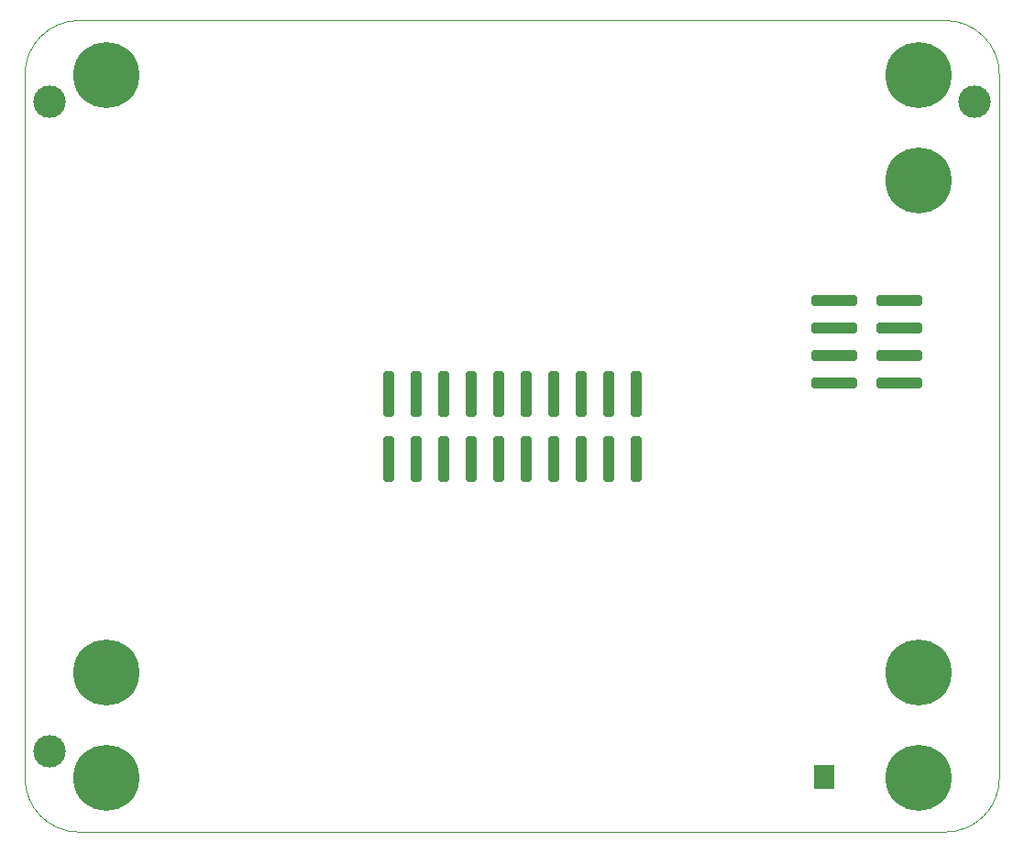
<source format=gbs>
G04*
G04 #@! TF.GenerationSoftware,Altium Limited,Altium Designer,21.1.1 (26)*
G04*
G04 Layer_Color=16711935*
%FSAX44Y44*%
%MOMM*%
G71*
G04*
G04 #@! TF.SameCoordinates,61528D9D-F366-43B7-8DC3-677D280EAED6*
G04*
G04*
G04 #@! TF.FilePolarity,Negative*
G04*
G01*
G75*
%ADD14C,0.1000*%
%ADD17C,3.0000*%
%ADD20C,6.1000*%
%ADD31R,1.8500X2.2000*%
G04:AMPARAMS|DCode=32|XSize=1.1mm|YSize=4.3mm|CornerRadius=0.425mm|HoleSize=0mm|Usage=FLASHONLY|Rotation=270.000|XOffset=0mm|YOffset=0mm|HoleType=Round|Shape=RoundedRectangle|*
%AMROUNDEDRECTD32*
21,1,1.1000,3.4500,0,0,270.0*
21,1,0.2500,4.3000,0,0,270.0*
1,1,0.8500,-1.7250,-0.1250*
1,1,0.8500,-1.7250,0.1250*
1,1,0.8500,1.7250,0.1250*
1,1,0.8500,1.7250,-0.1250*
%
%ADD32ROUNDEDRECTD32*%
G04:AMPARAMS|DCode=33|XSize=1.1mm|YSize=4.3mm|CornerRadius=0.425mm|HoleSize=0mm|Usage=FLASHONLY|Rotation=0.000|XOffset=0mm|YOffset=0mm|HoleType=Round|Shape=RoundedRectangle|*
%AMROUNDEDRECTD33*
21,1,1.1000,3.4500,0,0,0.0*
21,1,0.2500,4.3000,0,0,0.0*
1,1,0.8500,0.1250,-1.7250*
1,1,0.8500,-0.1250,-1.7250*
1,1,0.8500,-0.1250,1.7250*
1,1,0.8500,0.1250,1.7250*
%
%ADD33ROUNDEDRECTD33*%
D14*
X00900000Y00700000D02*
G03*
X00850000Y00750000I-00050000J00000000D01*
G01*
X00050000D02*
G03*
X00000000Y00700000I00000000J-00050000D01*
G01*
X00850000Y00000000D02*
G03*
X00900000Y00050000I00000000J00050000D01*
G01*
X00000000D02*
G03*
X00050000Y00000000I00050000J00000000D01*
G01*
Y00750000D02*
X00850000D01*
X00900000Y00700000D02*
X00900000Y00050000D01*
X-00000000Y00700000D02*
X00000000Y00050000D01*
X00050000Y00000000D02*
X00850000D01*
D17*
X00877000Y00675000D02*
D03*
X00023000D02*
D03*
Y00075000D02*
D03*
D20*
X00075000Y00699500D02*
D03*
X00825000D02*
D03*
Y00602500D02*
D03*
X00075000Y00147500D02*
D03*
X00825000D02*
D03*
Y00050500D02*
D03*
X00075000D02*
D03*
D31*
X00738250Y00051000D02*
D03*
D32*
X00747500Y00414800D02*
D03*
Y00491000D02*
D03*
Y00465600D02*
D03*
Y00440200D02*
D03*
X00807500Y00414800D02*
D03*
Y00440200D02*
D03*
Y00465600D02*
D03*
Y00491000D02*
D03*
D33*
X00538900Y00405000D02*
D03*
X00488100Y00405000D02*
D03*
X00513500Y00405000D02*
D03*
X00564300D02*
D03*
X00462700D02*
D03*
X00335700D02*
D03*
X00361100D02*
D03*
X00386500D02*
D03*
X00411900D02*
D03*
X00437300D02*
D03*
X00462700Y00345000D02*
D03*
X00386500Y00345000D02*
D03*
X00361100Y00345000D02*
D03*
X00335700Y00345000D02*
D03*
X00411900D02*
D03*
X00437300D02*
D03*
X00488100D02*
D03*
X00513500D02*
D03*
X00538900D02*
D03*
X00564300D02*
D03*
M02*

</source>
